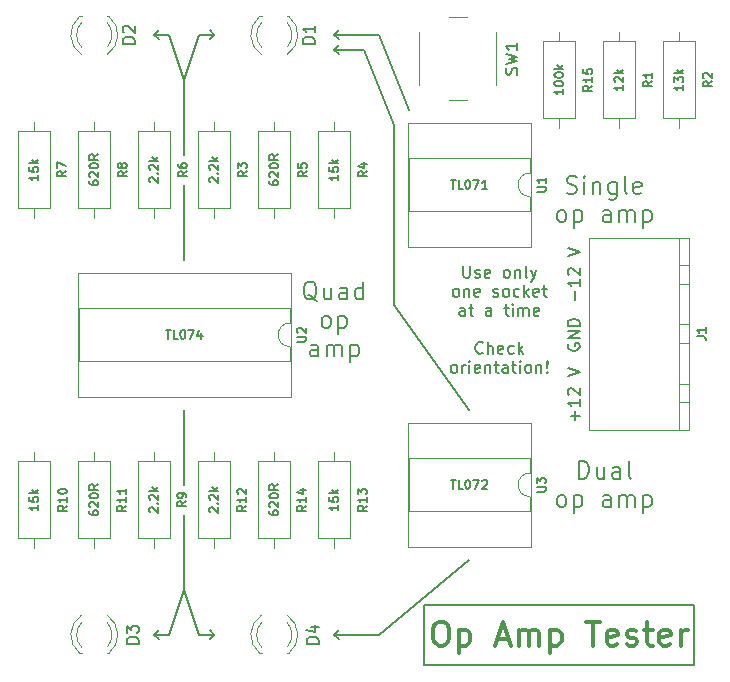
<source format=gto>
G04 #@! TF.GenerationSoftware,KiCad,Pcbnew,6.0.1-79c1e3a40b~116~ubuntu20.04.1*
G04 #@! TF.CreationDate,2022-01-30T08:46:23-05:00*
G04 #@! TF.ProjectId,opamptest,6f70616d-7074-4657-9374-2e6b69636164,rev?*
G04 #@! TF.SameCoordinates,Original*
G04 #@! TF.FileFunction,Legend,Top*
G04 #@! TF.FilePolarity,Positive*
%FSLAX46Y46*%
G04 Gerber Fmt 4.6, Leading zero omitted, Abs format (unit mm)*
G04 Created by KiCad (PCBNEW 6.0.1-79c1e3a40b~116~ubuntu20.04.1) date 2022-01-30 08:46:23*
%MOMM*%
%LPD*%
G01*
G04 APERTURE LIST*
%ADD10C,0.150000*%
%ADD11C,0.200000*%
%ADD12C,0.300000*%
%ADD13C,0.120000*%
G04 APERTURE END LIST*
D10*
X144780000Y-77470000D02*
X144780000Y-71120000D01*
X147320000Y-90170000D02*
X146939000Y-90551000D01*
X144780000Y-80010000D02*
X144780000Y-86360000D01*
X157480000Y-40640000D02*
X157861000Y-41021000D01*
X157480000Y-39370000D02*
X157861000Y-39751000D01*
X161290000Y-90170000D02*
X157480000Y-90170000D01*
X146050000Y-39370000D02*
X147320000Y-39370000D01*
X160020000Y-40640000D02*
X157480000Y-40640000D01*
X143510000Y-39370000D02*
X142240000Y-39370000D01*
X147320000Y-39370000D02*
X146939000Y-38989000D01*
X142240000Y-39370000D02*
X142621000Y-38989000D01*
X144780000Y-86360000D02*
X146050000Y-90170000D01*
X147320000Y-39370000D02*
X146939000Y-39751000D01*
X143510000Y-90170000D02*
X142240000Y-90170000D01*
X165100000Y-92710000D02*
X165100000Y-87630000D01*
X187960000Y-92710000D02*
X165100000Y-92710000D01*
X157480000Y-40640000D02*
X157861000Y-40259000D01*
X142240000Y-39370000D02*
X142621000Y-39751000D01*
X162560000Y-62230000D02*
X162560000Y-46990000D01*
X157480000Y-39370000D02*
X161290000Y-39370000D01*
X144780000Y-49530000D02*
X144780000Y-43180000D01*
X147320000Y-90170000D02*
X146939000Y-89789000D01*
X142240000Y-90170000D02*
X142621000Y-89789000D01*
X144780000Y-43180000D02*
X146050000Y-39370000D01*
X162560000Y-46990000D02*
X160020000Y-40640000D01*
X142240000Y-90170000D02*
X142621000Y-90551000D01*
X157480000Y-90170000D02*
X157861000Y-89789000D01*
X157480000Y-90170000D02*
X157861000Y-90551000D01*
X165100000Y-87630000D02*
X187960000Y-87630000D01*
X144780000Y-86360000D02*
X143510000Y-90170000D01*
X146050000Y-90170000D02*
X147320000Y-90170000D01*
X168910000Y-83820000D02*
X161290000Y-90170000D01*
X144780000Y-52070000D02*
X144780000Y-58420000D01*
X157480000Y-39370000D02*
X157861000Y-38989000D01*
X187960000Y-87630000D02*
X187960000Y-92710000D01*
X144780000Y-43180000D02*
X143510000Y-39370000D01*
X168910000Y-71120000D02*
X162560000Y-62230000D01*
X161290000Y-39370000D02*
X163830000Y-45720000D01*
X177300000Y-65531904D02*
X177252380Y-65627142D01*
X177252380Y-65770000D01*
X177300000Y-65912857D01*
X177395238Y-66008095D01*
X177490476Y-66055714D01*
X177680952Y-66103333D01*
X177823809Y-66103333D01*
X178014285Y-66055714D01*
X178109523Y-66008095D01*
X178204761Y-65912857D01*
X178252380Y-65770000D01*
X178252380Y-65674761D01*
X178204761Y-65531904D01*
X178157142Y-65484285D01*
X177823809Y-65484285D01*
X177823809Y-65674761D01*
X178252380Y-65055714D02*
X177252380Y-65055714D01*
X178252380Y-64484285D01*
X177252380Y-64484285D01*
X178252380Y-64008095D02*
X177252380Y-64008095D01*
X177252380Y-63770000D01*
X177300000Y-63627142D01*
X177395238Y-63531904D01*
X177490476Y-63484285D01*
X177680952Y-63436666D01*
X177823809Y-63436666D01*
X178014285Y-63484285D01*
X178109523Y-63531904D01*
X178204761Y-63627142D01*
X178252380Y-63770000D01*
X178252380Y-64008095D01*
D11*
X156015714Y-61906428D02*
X155872857Y-61835000D01*
X155730000Y-61692142D01*
X155515714Y-61477857D01*
X155372857Y-61406428D01*
X155230000Y-61406428D01*
X155301428Y-61763571D02*
X155158571Y-61692142D01*
X155015714Y-61549285D01*
X154944285Y-61263571D01*
X154944285Y-60763571D01*
X155015714Y-60477857D01*
X155158571Y-60335000D01*
X155301428Y-60263571D01*
X155587142Y-60263571D01*
X155730000Y-60335000D01*
X155872857Y-60477857D01*
X155944285Y-60763571D01*
X155944285Y-61263571D01*
X155872857Y-61549285D01*
X155730000Y-61692142D01*
X155587142Y-61763571D01*
X155301428Y-61763571D01*
X157230000Y-60763571D02*
X157230000Y-61763571D01*
X156587142Y-60763571D02*
X156587142Y-61549285D01*
X156658571Y-61692142D01*
X156801428Y-61763571D01*
X157015714Y-61763571D01*
X157158571Y-61692142D01*
X157230000Y-61620714D01*
X158587142Y-61763571D02*
X158587142Y-60977857D01*
X158515714Y-60835000D01*
X158372857Y-60763571D01*
X158087142Y-60763571D01*
X157944285Y-60835000D01*
X158587142Y-61692142D02*
X158444285Y-61763571D01*
X158087142Y-61763571D01*
X157944285Y-61692142D01*
X157872857Y-61549285D01*
X157872857Y-61406428D01*
X157944285Y-61263571D01*
X158087142Y-61192142D01*
X158444285Y-61192142D01*
X158587142Y-61120714D01*
X159944285Y-61763571D02*
X159944285Y-60263571D01*
X159944285Y-61692142D02*
X159801428Y-61763571D01*
X159515714Y-61763571D01*
X159372857Y-61692142D01*
X159301428Y-61620714D01*
X159230000Y-61477857D01*
X159230000Y-61049285D01*
X159301428Y-60906428D01*
X159372857Y-60835000D01*
X159515714Y-60763571D01*
X159801428Y-60763571D01*
X159944285Y-60835000D01*
X156694285Y-64178571D02*
X156551428Y-64107142D01*
X156480000Y-64035714D01*
X156408571Y-63892857D01*
X156408571Y-63464285D01*
X156480000Y-63321428D01*
X156551428Y-63250000D01*
X156694285Y-63178571D01*
X156908571Y-63178571D01*
X157051428Y-63250000D01*
X157122857Y-63321428D01*
X157194285Y-63464285D01*
X157194285Y-63892857D01*
X157122857Y-64035714D01*
X157051428Y-64107142D01*
X156908571Y-64178571D01*
X156694285Y-64178571D01*
X157837142Y-63178571D02*
X157837142Y-64678571D01*
X157837142Y-63250000D02*
X157980000Y-63178571D01*
X158265714Y-63178571D01*
X158408571Y-63250000D01*
X158480000Y-63321428D01*
X158551428Y-63464285D01*
X158551428Y-63892857D01*
X158480000Y-64035714D01*
X158408571Y-64107142D01*
X158265714Y-64178571D01*
X157980000Y-64178571D01*
X157837142Y-64107142D01*
X156122857Y-66593571D02*
X156122857Y-65807857D01*
X156051428Y-65665000D01*
X155908571Y-65593571D01*
X155622857Y-65593571D01*
X155480000Y-65665000D01*
X156122857Y-66522142D02*
X155980000Y-66593571D01*
X155622857Y-66593571D01*
X155480000Y-66522142D01*
X155408571Y-66379285D01*
X155408571Y-66236428D01*
X155480000Y-66093571D01*
X155622857Y-66022142D01*
X155980000Y-66022142D01*
X156122857Y-65950714D01*
X156837142Y-66593571D02*
X156837142Y-65593571D01*
X156837142Y-65736428D02*
X156908571Y-65665000D01*
X157051428Y-65593571D01*
X157265714Y-65593571D01*
X157408571Y-65665000D01*
X157480000Y-65807857D01*
X157480000Y-66593571D01*
X157480000Y-65807857D02*
X157551428Y-65665000D01*
X157694285Y-65593571D01*
X157908571Y-65593571D01*
X158051428Y-65665000D01*
X158122857Y-65807857D01*
X158122857Y-66593571D01*
X158837142Y-65593571D02*
X158837142Y-67093571D01*
X158837142Y-65665000D02*
X158980000Y-65593571D01*
X159265714Y-65593571D01*
X159408571Y-65665000D01*
X159480000Y-65736428D01*
X159551428Y-65879285D01*
X159551428Y-66307857D01*
X159480000Y-66450714D01*
X159408571Y-66522142D01*
X159265714Y-66593571D01*
X158980000Y-66593571D01*
X158837142Y-66522142D01*
D10*
X177871428Y-71992857D02*
X177871428Y-71230952D01*
X178252380Y-71611904D02*
X177490476Y-71611904D01*
X178252380Y-70230952D02*
X178252380Y-70802380D01*
X178252380Y-70516666D02*
X177252380Y-70516666D01*
X177395238Y-70611904D01*
X177490476Y-70707142D01*
X177538095Y-70802380D01*
X177347619Y-69850000D02*
X177300000Y-69802380D01*
X177252380Y-69707142D01*
X177252380Y-69469047D01*
X177300000Y-69373809D01*
X177347619Y-69326190D01*
X177442857Y-69278571D01*
X177538095Y-69278571D01*
X177680952Y-69326190D01*
X178252380Y-69897619D01*
X178252380Y-69278571D01*
X177252380Y-68230952D02*
X178252380Y-67897619D01*
X177252380Y-67564285D01*
X168402380Y-58927380D02*
X168402380Y-59736904D01*
X168450000Y-59832142D01*
X168497619Y-59879761D01*
X168592857Y-59927380D01*
X168783333Y-59927380D01*
X168878571Y-59879761D01*
X168926190Y-59832142D01*
X168973809Y-59736904D01*
X168973809Y-58927380D01*
X169402380Y-59879761D02*
X169497619Y-59927380D01*
X169688095Y-59927380D01*
X169783333Y-59879761D01*
X169830952Y-59784523D01*
X169830952Y-59736904D01*
X169783333Y-59641666D01*
X169688095Y-59594047D01*
X169545238Y-59594047D01*
X169450000Y-59546428D01*
X169402380Y-59451190D01*
X169402380Y-59403571D01*
X169450000Y-59308333D01*
X169545238Y-59260714D01*
X169688095Y-59260714D01*
X169783333Y-59308333D01*
X170640476Y-59879761D02*
X170545238Y-59927380D01*
X170354761Y-59927380D01*
X170259523Y-59879761D01*
X170211904Y-59784523D01*
X170211904Y-59403571D01*
X170259523Y-59308333D01*
X170354761Y-59260714D01*
X170545238Y-59260714D01*
X170640476Y-59308333D01*
X170688095Y-59403571D01*
X170688095Y-59498809D01*
X170211904Y-59594047D01*
X172021428Y-59927380D02*
X171926190Y-59879761D01*
X171878571Y-59832142D01*
X171830952Y-59736904D01*
X171830952Y-59451190D01*
X171878571Y-59355952D01*
X171926190Y-59308333D01*
X172021428Y-59260714D01*
X172164285Y-59260714D01*
X172259523Y-59308333D01*
X172307142Y-59355952D01*
X172354761Y-59451190D01*
X172354761Y-59736904D01*
X172307142Y-59832142D01*
X172259523Y-59879761D01*
X172164285Y-59927380D01*
X172021428Y-59927380D01*
X172783333Y-59260714D02*
X172783333Y-59927380D01*
X172783333Y-59355952D02*
X172830952Y-59308333D01*
X172926190Y-59260714D01*
X173069047Y-59260714D01*
X173164285Y-59308333D01*
X173211904Y-59403571D01*
X173211904Y-59927380D01*
X173830952Y-59927380D02*
X173735714Y-59879761D01*
X173688095Y-59784523D01*
X173688095Y-58927380D01*
X174116666Y-59260714D02*
X174354761Y-59927380D01*
X174592857Y-59260714D02*
X174354761Y-59927380D01*
X174259523Y-60165476D01*
X174211904Y-60213095D01*
X174116666Y-60260714D01*
X167711904Y-61537380D02*
X167616666Y-61489761D01*
X167569047Y-61442142D01*
X167521428Y-61346904D01*
X167521428Y-61061190D01*
X167569047Y-60965952D01*
X167616666Y-60918333D01*
X167711904Y-60870714D01*
X167854761Y-60870714D01*
X167950000Y-60918333D01*
X167997619Y-60965952D01*
X168045238Y-61061190D01*
X168045238Y-61346904D01*
X167997619Y-61442142D01*
X167950000Y-61489761D01*
X167854761Y-61537380D01*
X167711904Y-61537380D01*
X168473809Y-60870714D02*
X168473809Y-61537380D01*
X168473809Y-60965952D02*
X168521428Y-60918333D01*
X168616666Y-60870714D01*
X168759523Y-60870714D01*
X168854761Y-60918333D01*
X168902380Y-61013571D01*
X168902380Y-61537380D01*
X169759523Y-61489761D02*
X169664285Y-61537380D01*
X169473809Y-61537380D01*
X169378571Y-61489761D01*
X169330952Y-61394523D01*
X169330952Y-61013571D01*
X169378571Y-60918333D01*
X169473809Y-60870714D01*
X169664285Y-60870714D01*
X169759523Y-60918333D01*
X169807142Y-61013571D01*
X169807142Y-61108809D01*
X169330952Y-61204047D01*
X170950000Y-61489761D02*
X171045238Y-61537380D01*
X171235714Y-61537380D01*
X171330952Y-61489761D01*
X171378571Y-61394523D01*
X171378571Y-61346904D01*
X171330952Y-61251666D01*
X171235714Y-61204047D01*
X171092857Y-61204047D01*
X170997619Y-61156428D01*
X170950000Y-61061190D01*
X170950000Y-61013571D01*
X170997619Y-60918333D01*
X171092857Y-60870714D01*
X171235714Y-60870714D01*
X171330952Y-60918333D01*
X171950000Y-61537380D02*
X171854761Y-61489761D01*
X171807142Y-61442142D01*
X171759523Y-61346904D01*
X171759523Y-61061190D01*
X171807142Y-60965952D01*
X171854761Y-60918333D01*
X171950000Y-60870714D01*
X172092857Y-60870714D01*
X172188095Y-60918333D01*
X172235714Y-60965952D01*
X172283333Y-61061190D01*
X172283333Y-61346904D01*
X172235714Y-61442142D01*
X172188095Y-61489761D01*
X172092857Y-61537380D01*
X171950000Y-61537380D01*
X173140476Y-61489761D02*
X173045238Y-61537380D01*
X172854761Y-61537380D01*
X172759523Y-61489761D01*
X172711904Y-61442142D01*
X172664285Y-61346904D01*
X172664285Y-61061190D01*
X172711904Y-60965952D01*
X172759523Y-60918333D01*
X172854761Y-60870714D01*
X173045238Y-60870714D01*
X173140476Y-60918333D01*
X173569047Y-61537380D02*
X173569047Y-60537380D01*
X173664285Y-61156428D02*
X173950000Y-61537380D01*
X173950000Y-60870714D02*
X173569047Y-61251666D01*
X174759523Y-61489761D02*
X174664285Y-61537380D01*
X174473809Y-61537380D01*
X174378571Y-61489761D01*
X174330952Y-61394523D01*
X174330952Y-61013571D01*
X174378571Y-60918333D01*
X174473809Y-60870714D01*
X174664285Y-60870714D01*
X174759523Y-60918333D01*
X174807142Y-61013571D01*
X174807142Y-61108809D01*
X174330952Y-61204047D01*
X175092857Y-60870714D02*
X175473809Y-60870714D01*
X175235714Y-60537380D02*
X175235714Y-61394523D01*
X175283333Y-61489761D01*
X175378571Y-61537380D01*
X175473809Y-61537380D01*
X168545238Y-63147380D02*
X168545238Y-62623571D01*
X168497619Y-62528333D01*
X168402380Y-62480714D01*
X168211904Y-62480714D01*
X168116666Y-62528333D01*
X168545238Y-63099761D02*
X168450000Y-63147380D01*
X168211904Y-63147380D01*
X168116666Y-63099761D01*
X168069047Y-63004523D01*
X168069047Y-62909285D01*
X168116666Y-62814047D01*
X168211904Y-62766428D01*
X168450000Y-62766428D01*
X168545238Y-62718809D01*
X168878571Y-62480714D02*
X169259523Y-62480714D01*
X169021428Y-62147380D02*
X169021428Y-63004523D01*
X169069047Y-63099761D01*
X169164285Y-63147380D01*
X169259523Y-63147380D01*
X170783333Y-63147380D02*
X170783333Y-62623571D01*
X170735714Y-62528333D01*
X170640476Y-62480714D01*
X170450000Y-62480714D01*
X170354761Y-62528333D01*
X170783333Y-63099761D02*
X170688095Y-63147380D01*
X170450000Y-63147380D01*
X170354761Y-63099761D01*
X170307142Y-63004523D01*
X170307142Y-62909285D01*
X170354761Y-62814047D01*
X170450000Y-62766428D01*
X170688095Y-62766428D01*
X170783333Y-62718809D01*
X171878571Y-62480714D02*
X172259523Y-62480714D01*
X172021428Y-62147380D02*
X172021428Y-63004523D01*
X172069047Y-63099761D01*
X172164285Y-63147380D01*
X172259523Y-63147380D01*
X172592857Y-63147380D02*
X172592857Y-62480714D01*
X172592857Y-62147380D02*
X172545238Y-62195000D01*
X172592857Y-62242619D01*
X172640476Y-62195000D01*
X172592857Y-62147380D01*
X172592857Y-62242619D01*
X173069047Y-63147380D02*
X173069047Y-62480714D01*
X173069047Y-62575952D02*
X173116666Y-62528333D01*
X173211904Y-62480714D01*
X173354761Y-62480714D01*
X173450000Y-62528333D01*
X173497619Y-62623571D01*
X173497619Y-63147380D01*
X173497619Y-62623571D02*
X173545238Y-62528333D01*
X173640476Y-62480714D01*
X173783333Y-62480714D01*
X173878571Y-62528333D01*
X173926190Y-62623571D01*
X173926190Y-63147380D01*
X174783333Y-63099761D02*
X174688095Y-63147380D01*
X174497619Y-63147380D01*
X174402380Y-63099761D01*
X174354761Y-63004523D01*
X174354761Y-62623571D01*
X174402380Y-62528333D01*
X174497619Y-62480714D01*
X174688095Y-62480714D01*
X174783333Y-62528333D01*
X174830952Y-62623571D01*
X174830952Y-62718809D01*
X174354761Y-62814047D01*
X170045238Y-66272142D02*
X169997619Y-66319761D01*
X169854761Y-66367380D01*
X169759523Y-66367380D01*
X169616666Y-66319761D01*
X169521428Y-66224523D01*
X169473809Y-66129285D01*
X169426190Y-65938809D01*
X169426190Y-65795952D01*
X169473809Y-65605476D01*
X169521428Y-65510238D01*
X169616666Y-65415000D01*
X169759523Y-65367380D01*
X169854761Y-65367380D01*
X169997619Y-65415000D01*
X170045238Y-65462619D01*
X170473809Y-66367380D02*
X170473809Y-65367380D01*
X170902380Y-66367380D02*
X170902380Y-65843571D01*
X170854761Y-65748333D01*
X170759523Y-65700714D01*
X170616666Y-65700714D01*
X170521428Y-65748333D01*
X170473809Y-65795952D01*
X171759523Y-66319761D02*
X171664285Y-66367380D01*
X171473809Y-66367380D01*
X171378571Y-66319761D01*
X171330952Y-66224523D01*
X171330952Y-65843571D01*
X171378571Y-65748333D01*
X171473809Y-65700714D01*
X171664285Y-65700714D01*
X171759523Y-65748333D01*
X171807142Y-65843571D01*
X171807142Y-65938809D01*
X171330952Y-66034047D01*
X172664285Y-66319761D02*
X172569047Y-66367380D01*
X172378571Y-66367380D01*
X172283333Y-66319761D01*
X172235714Y-66272142D01*
X172188095Y-66176904D01*
X172188095Y-65891190D01*
X172235714Y-65795952D01*
X172283333Y-65748333D01*
X172378571Y-65700714D01*
X172569047Y-65700714D01*
X172664285Y-65748333D01*
X173092857Y-66367380D02*
X173092857Y-65367380D01*
X173188095Y-65986428D02*
X173473809Y-66367380D01*
X173473809Y-65700714D02*
X173092857Y-66081666D01*
X167545238Y-67977380D02*
X167450000Y-67929761D01*
X167402380Y-67882142D01*
X167354761Y-67786904D01*
X167354761Y-67501190D01*
X167402380Y-67405952D01*
X167450000Y-67358333D01*
X167545238Y-67310714D01*
X167688095Y-67310714D01*
X167783333Y-67358333D01*
X167830952Y-67405952D01*
X167878571Y-67501190D01*
X167878571Y-67786904D01*
X167830952Y-67882142D01*
X167783333Y-67929761D01*
X167688095Y-67977380D01*
X167545238Y-67977380D01*
X168307142Y-67977380D02*
X168307142Y-67310714D01*
X168307142Y-67501190D02*
X168354761Y-67405952D01*
X168402380Y-67358333D01*
X168497619Y-67310714D01*
X168592857Y-67310714D01*
X168926190Y-67977380D02*
X168926190Y-67310714D01*
X168926190Y-66977380D02*
X168878571Y-67025000D01*
X168926190Y-67072619D01*
X168973809Y-67025000D01*
X168926190Y-66977380D01*
X168926190Y-67072619D01*
X169783333Y-67929761D02*
X169688095Y-67977380D01*
X169497619Y-67977380D01*
X169402380Y-67929761D01*
X169354761Y-67834523D01*
X169354761Y-67453571D01*
X169402380Y-67358333D01*
X169497619Y-67310714D01*
X169688095Y-67310714D01*
X169783333Y-67358333D01*
X169830952Y-67453571D01*
X169830952Y-67548809D01*
X169354761Y-67644047D01*
X170259523Y-67310714D02*
X170259523Y-67977380D01*
X170259523Y-67405952D02*
X170307142Y-67358333D01*
X170402380Y-67310714D01*
X170545238Y-67310714D01*
X170640476Y-67358333D01*
X170688095Y-67453571D01*
X170688095Y-67977380D01*
X171021428Y-67310714D02*
X171402380Y-67310714D01*
X171164285Y-66977380D02*
X171164285Y-67834523D01*
X171211904Y-67929761D01*
X171307142Y-67977380D01*
X171402380Y-67977380D01*
X172164285Y-67977380D02*
X172164285Y-67453571D01*
X172116666Y-67358333D01*
X172021428Y-67310714D01*
X171830952Y-67310714D01*
X171735714Y-67358333D01*
X172164285Y-67929761D02*
X172069047Y-67977380D01*
X171830952Y-67977380D01*
X171735714Y-67929761D01*
X171688095Y-67834523D01*
X171688095Y-67739285D01*
X171735714Y-67644047D01*
X171830952Y-67596428D01*
X172069047Y-67596428D01*
X172164285Y-67548809D01*
X172497619Y-67310714D02*
X172878571Y-67310714D01*
X172640476Y-66977380D02*
X172640476Y-67834523D01*
X172688095Y-67929761D01*
X172783333Y-67977380D01*
X172878571Y-67977380D01*
X173211904Y-67977380D02*
X173211904Y-67310714D01*
X173211904Y-66977380D02*
X173164285Y-67025000D01*
X173211904Y-67072619D01*
X173259523Y-67025000D01*
X173211904Y-66977380D01*
X173211904Y-67072619D01*
X173830952Y-67977380D02*
X173735714Y-67929761D01*
X173688095Y-67882142D01*
X173640476Y-67786904D01*
X173640476Y-67501190D01*
X173688095Y-67405952D01*
X173735714Y-67358333D01*
X173830952Y-67310714D01*
X173973809Y-67310714D01*
X174069047Y-67358333D01*
X174116666Y-67405952D01*
X174164285Y-67501190D01*
X174164285Y-67786904D01*
X174116666Y-67882142D01*
X174069047Y-67929761D01*
X173973809Y-67977380D01*
X173830952Y-67977380D01*
X174592857Y-67310714D02*
X174592857Y-67977380D01*
X174592857Y-67405952D02*
X174640476Y-67358333D01*
X174735714Y-67310714D01*
X174878571Y-67310714D01*
X174973809Y-67358333D01*
X175021428Y-67453571D01*
X175021428Y-67977380D01*
X175497619Y-67882142D02*
X175545238Y-67929761D01*
X175497619Y-67977380D01*
X175450000Y-67929761D01*
X175497619Y-67882142D01*
X175497619Y-67977380D01*
X175497619Y-67596428D02*
X175450000Y-67025000D01*
X175497619Y-66977380D01*
X175545238Y-67025000D01*
X175497619Y-67596428D01*
X175497619Y-66977380D01*
D11*
X178197142Y-76941071D02*
X178197142Y-75441071D01*
X178554285Y-75441071D01*
X178768571Y-75512500D01*
X178911428Y-75655357D01*
X178982857Y-75798214D01*
X179054285Y-76083928D01*
X179054285Y-76298214D01*
X178982857Y-76583928D01*
X178911428Y-76726785D01*
X178768571Y-76869642D01*
X178554285Y-76941071D01*
X178197142Y-76941071D01*
X180340000Y-75941071D02*
X180340000Y-76941071D01*
X179697142Y-75941071D02*
X179697142Y-76726785D01*
X179768571Y-76869642D01*
X179911428Y-76941071D01*
X180125714Y-76941071D01*
X180268571Y-76869642D01*
X180340000Y-76798214D01*
X181697142Y-76941071D02*
X181697142Y-76155357D01*
X181625714Y-76012500D01*
X181482857Y-75941071D01*
X181197142Y-75941071D01*
X181054285Y-76012500D01*
X181697142Y-76869642D02*
X181554285Y-76941071D01*
X181197142Y-76941071D01*
X181054285Y-76869642D01*
X180982857Y-76726785D01*
X180982857Y-76583928D01*
X181054285Y-76441071D01*
X181197142Y-76369642D01*
X181554285Y-76369642D01*
X181697142Y-76298214D01*
X182625714Y-76941071D02*
X182482857Y-76869642D01*
X182411428Y-76726785D01*
X182411428Y-75441071D01*
X176625714Y-79356071D02*
X176482857Y-79284642D01*
X176411428Y-79213214D01*
X176340000Y-79070357D01*
X176340000Y-78641785D01*
X176411428Y-78498928D01*
X176482857Y-78427500D01*
X176625714Y-78356071D01*
X176840000Y-78356071D01*
X176982857Y-78427500D01*
X177054285Y-78498928D01*
X177125714Y-78641785D01*
X177125714Y-79070357D01*
X177054285Y-79213214D01*
X176982857Y-79284642D01*
X176840000Y-79356071D01*
X176625714Y-79356071D01*
X177768571Y-78356071D02*
X177768571Y-79856071D01*
X177768571Y-78427500D02*
X177911428Y-78356071D01*
X178197142Y-78356071D01*
X178340000Y-78427500D01*
X178411428Y-78498928D01*
X178482857Y-78641785D01*
X178482857Y-79070357D01*
X178411428Y-79213214D01*
X178340000Y-79284642D01*
X178197142Y-79356071D01*
X177911428Y-79356071D01*
X177768571Y-79284642D01*
X180911428Y-79356071D02*
X180911428Y-78570357D01*
X180840000Y-78427500D01*
X180697142Y-78356071D01*
X180411428Y-78356071D01*
X180268571Y-78427500D01*
X180911428Y-79284642D02*
X180768571Y-79356071D01*
X180411428Y-79356071D01*
X180268571Y-79284642D01*
X180197142Y-79141785D01*
X180197142Y-78998928D01*
X180268571Y-78856071D01*
X180411428Y-78784642D01*
X180768571Y-78784642D01*
X180911428Y-78713214D01*
X181625714Y-79356071D02*
X181625714Y-78356071D01*
X181625714Y-78498928D02*
X181697142Y-78427500D01*
X181840000Y-78356071D01*
X182054285Y-78356071D01*
X182197142Y-78427500D01*
X182268571Y-78570357D01*
X182268571Y-79356071D01*
X182268571Y-78570357D02*
X182340000Y-78427500D01*
X182482857Y-78356071D01*
X182697142Y-78356071D01*
X182840000Y-78427500D01*
X182911428Y-78570357D01*
X182911428Y-79356071D01*
X183625714Y-78356071D02*
X183625714Y-79856071D01*
X183625714Y-78427500D02*
X183768571Y-78356071D01*
X184054285Y-78356071D01*
X184197142Y-78427500D01*
X184268571Y-78498928D01*
X184340000Y-78641785D01*
X184340000Y-79070357D01*
X184268571Y-79213214D01*
X184197142Y-79284642D01*
X184054285Y-79356071D01*
X183768571Y-79356071D01*
X183625714Y-79284642D01*
D12*
X166339523Y-89074761D02*
X166720476Y-89074761D01*
X166910952Y-89170000D01*
X167101428Y-89360476D01*
X167196666Y-89741428D01*
X167196666Y-90408095D01*
X167101428Y-90789047D01*
X166910952Y-90979523D01*
X166720476Y-91074761D01*
X166339523Y-91074761D01*
X166149047Y-90979523D01*
X165958571Y-90789047D01*
X165863333Y-90408095D01*
X165863333Y-89741428D01*
X165958571Y-89360476D01*
X166149047Y-89170000D01*
X166339523Y-89074761D01*
X168053809Y-89741428D02*
X168053809Y-91741428D01*
X168053809Y-89836666D02*
X168244285Y-89741428D01*
X168625238Y-89741428D01*
X168815714Y-89836666D01*
X168910952Y-89931904D01*
X169006190Y-90122380D01*
X169006190Y-90693809D01*
X168910952Y-90884285D01*
X168815714Y-90979523D01*
X168625238Y-91074761D01*
X168244285Y-91074761D01*
X168053809Y-90979523D01*
X171291904Y-90503333D02*
X172244285Y-90503333D01*
X171101428Y-91074761D02*
X171768095Y-89074761D01*
X172434761Y-91074761D01*
X173101428Y-91074761D02*
X173101428Y-89741428D01*
X173101428Y-89931904D02*
X173196666Y-89836666D01*
X173387142Y-89741428D01*
X173672857Y-89741428D01*
X173863333Y-89836666D01*
X173958571Y-90027142D01*
X173958571Y-91074761D01*
X173958571Y-90027142D02*
X174053809Y-89836666D01*
X174244285Y-89741428D01*
X174530000Y-89741428D01*
X174720476Y-89836666D01*
X174815714Y-90027142D01*
X174815714Y-91074761D01*
X175768095Y-89741428D02*
X175768095Y-91741428D01*
X175768095Y-89836666D02*
X175958571Y-89741428D01*
X176339523Y-89741428D01*
X176530000Y-89836666D01*
X176625238Y-89931904D01*
X176720476Y-90122380D01*
X176720476Y-90693809D01*
X176625238Y-90884285D01*
X176530000Y-90979523D01*
X176339523Y-91074761D01*
X175958571Y-91074761D01*
X175768095Y-90979523D01*
X178815714Y-89074761D02*
X179958571Y-89074761D01*
X179387142Y-91074761D02*
X179387142Y-89074761D01*
X181387142Y-90979523D02*
X181196666Y-91074761D01*
X180815714Y-91074761D01*
X180625238Y-90979523D01*
X180530000Y-90789047D01*
X180530000Y-90027142D01*
X180625238Y-89836666D01*
X180815714Y-89741428D01*
X181196666Y-89741428D01*
X181387142Y-89836666D01*
X181482380Y-90027142D01*
X181482380Y-90217619D01*
X180530000Y-90408095D01*
X182244285Y-90979523D02*
X182434761Y-91074761D01*
X182815714Y-91074761D01*
X183006190Y-90979523D01*
X183101428Y-90789047D01*
X183101428Y-90693809D01*
X183006190Y-90503333D01*
X182815714Y-90408095D01*
X182530000Y-90408095D01*
X182339523Y-90312857D01*
X182244285Y-90122380D01*
X182244285Y-90027142D01*
X182339523Y-89836666D01*
X182530000Y-89741428D01*
X182815714Y-89741428D01*
X183006190Y-89836666D01*
X183672857Y-89741428D02*
X184434761Y-89741428D01*
X183958571Y-89074761D02*
X183958571Y-90789047D01*
X184053809Y-90979523D01*
X184244285Y-91074761D01*
X184434761Y-91074761D01*
X185863333Y-90979523D02*
X185672857Y-91074761D01*
X185291904Y-91074761D01*
X185101428Y-90979523D01*
X185006190Y-90789047D01*
X185006190Y-90027142D01*
X185101428Y-89836666D01*
X185291904Y-89741428D01*
X185672857Y-89741428D01*
X185863333Y-89836666D01*
X185958571Y-90027142D01*
X185958571Y-90217619D01*
X185006190Y-90408095D01*
X186815714Y-91074761D02*
X186815714Y-89741428D01*
X186815714Y-90122380D02*
X186910952Y-89931904D01*
X187006190Y-89836666D01*
X187196666Y-89741428D01*
X187387142Y-89741428D01*
D11*
X177161428Y-52739642D02*
X177375714Y-52811071D01*
X177732857Y-52811071D01*
X177875714Y-52739642D01*
X177947142Y-52668214D01*
X178018571Y-52525357D01*
X178018571Y-52382500D01*
X177947142Y-52239642D01*
X177875714Y-52168214D01*
X177732857Y-52096785D01*
X177447142Y-52025357D01*
X177304285Y-51953928D01*
X177232857Y-51882500D01*
X177161428Y-51739642D01*
X177161428Y-51596785D01*
X177232857Y-51453928D01*
X177304285Y-51382500D01*
X177447142Y-51311071D01*
X177804285Y-51311071D01*
X178018571Y-51382500D01*
X178661428Y-52811071D02*
X178661428Y-51811071D01*
X178661428Y-51311071D02*
X178590000Y-51382500D01*
X178661428Y-51453928D01*
X178732857Y-51382500D01*
X178661428Y-51311071D01*
X178661428Y-51453928D01*
X179375714Y-51811071D02*
X179375714Y-52811071D01*
X179375714Y-51953928D02*
X179447142Y-51882500D01*
X179590000Y-51811071D01*
X179804285Y-51811071D01*
X179947142Y-51882500D01*
X180018571Y-52025357D01*
X180018571Y-52811071D01*
X181375714Y-51811071D02*
X181375714Y-53025357D01*
X181304285Y-53168214D01*
X181232857Y-53239642D01*
X181090000Y-53311071D01*
X180875714Y-53311071D01*
X180732857Y-53239642D01*
X181375714Y-52739642D02*
X181232857Y-52811071D01*
X180947142Y-52811071D01*
X180804285Y-52739642D01*
X180732857Y-52668214D01*
X180661428Y-52525357D01*
X180661428Y-52096785D01*
X180732857Y-51953928D01*
X180804285Y-51882500D01*
X180947142Y-51811071D01*
X181232857Y-51811071D01*
X181375714Y-51882500D01*
X182304285Y-52811071D02*
X182161428Y-52739642D01*
X182090000Y-52596785D01*
X182090000Y-51311071D01*
X183447142Y-52739642D02*
X183304285Y-52811071D01*
X183018571Y-52811071D01*
X182875714Y-52739642D01*
X182804285Y-52596785D01*
X182804285Y-52025357D01*
X182875714Y-51882500D01*
X183018571Y-51811071D01*
X183304285Y-51811071D01*
X183447142Y-51882500D01*
X183518571Y-52025357D01*
X183518571Y-52168214D01*
X182804285Y-52311071D01*
X176625714Y-55226071D02*
X176482857Y-55154642D01*
X176411428Y-55083214D01*
X176340000Y-54940357D01*
X176340000Y-54511785D01*
X176411428Y-54368928D01*
X176482857Y-54297500D01*
X176625714Y-54226071D01*
X176840000Y-54226071D01*
X176982857Y-54297500D01*
X177054285Y-54368928D01*
X177125714Y-54511785D01*
X177125714Y-54940357D01*
X177054285Y-55083214D01*
X176982857Y-55154642D01*
X176840000Y-55226071D01*
X176625714Y-55226071D01*
X177768571Y-54226071D02*
X177768571Y-55726071D01*
X177768571Y-54297500D02*
X177911428Y-54226071D01*
X178197142Y-54226071D01*
X178340000Y-54297500D01*
X178411428Y-54368928D01*
X178482857Y-54511785D01*
X178482857Y-54940357D01*
X178411428Y-55083214D01*
X178340000Y-55154642D01*
X178197142Y-55226071D01*
X177911428Y-55226071D01*
X177768571Y-55154642D01*
X180911428Y-55226071D02*
X180911428Y-54440357D01*
X180840000Y-54297500D01*
X180697142Y-54226071D01*
X180411428Y-54226071D01*
X180268571Y-54297500D01*
X180911428Y-55154642D02*
X180768571Y-55226071D01*
X180411428Y-55226071D01*
X180268571Y-55154642D01*
X180197142Y-55011785D01*
X180197142Y-54868928D01*
X180268571Y-54726071D01*
X180411428Y-54654642D01*
X180768571Y-54654642D01*
X180911428Y-54583214D01*
X181625714Y-55226071D02*
X181625714Y-54226071D01*
X181625714Y-54368928D02*
X181697142Y-54297500D01*
X181840000Y-54226071D01*
X182054285Y-54226071D01*
X182197142Y-54297500D01*
X182268571Y-54440357D01*
X182268571Y-55226071D01*
X182268571Y-54440357D02*
X182340000Y-54297500D01*
X182482857Y-54226071D01*
X182697142Y-54226071D01*
X182840000Y-54297500D01*
X182911428Y-54440357D01*
X182911428Y-55226071D01*
X183625714Y-54226071D02*
X183625714Y-55726071D01*
X183625714Y-54297500D02*
X183768571Y-54226071D01*
X184054285Y-54226071D01*
X184197142Y-54297500D01*
X184268571Y-54368928D01*
X184340000Y-54511785D01*
X184340000Y-54940357D01*
X184268571Y-55083214D01*
X184197142Y-55154642D01*
X184054285Y-55226071D01*
X183768571Y-55226071D01*
X183625714Y-55154642D01*
D10*
X177871428Y-61832857D02*
X177871428Y-61070952D01*
X178252380Y-60070952D02*
X178252380Y-60642380D01*
X178252380Y-60356666D02*
X177252380Y-60356666D01*
X177395238Y-60451904D01*
X177490476Y-60547142D01*
X177538095Y-60642380D01*
X177347619Y-59690000D02*
X177300000Y-59642380D01*
X177252380Y-59547142D01*
X177252380Y-59309047D01*
X177300000Y-59213809D01*
X177347619Y-59166190D01*
X177442857Y-59118571D01*
X177538095Y-59118571D01*
X177680952Y-59166190D01*
X178252380Y-59737619D01*
X178252380Y-59118571D01*
X177252380Y-58070952D02*
X178252380Y-57737619D01*
X177252380Y-57404285D01*
G04 #@! TO.C,R8*
X139912285Y-50925000D02*
X139555142Y-51175000D01*
X139912285Y-51353571D02*
X139162285Y-51353571D01*
X139162285Y-51067857D01*
X139198000Y-50996428D01*
X139233714Y-50960714D01*
X139305142Y-50925000D01*
X139412285Y-50925000D01*
X139483714Y-50960714D01*
X139519428Y-50996428D01*
X139555142Y-51067857D01*
X139555142Y-51353571D01*
X139483714Y-50496428D02*
X139448000Y-50567857D01*
X139412285Y-50603571D01*
X139340857Y-50639285D01*
X139305142Y-50639285D01*
X139233714Y-50603571D01*
X139198000Y-50567857D01*
X139162285Y-50496428D01*
X139162285Y-50353571D01*
X139198000Y-50282142D01*
X139233714Y-50246428D01*
X139305142Y-50210714D01*
X139340857Y-50210714D01*
X139412285Y-50246428D01*
X139448000Y-50282142D01*
X139483714Y-50353571D01*
X139483714Y-50496428D01*
X139519428Y-50567857D01*
X139555142Y-50603571D01*
X139626571Y-50639285D01*
X139769428Y-50639285D01*
X139840857Y-50603571D01*
X139876571Y-50567857D01*
X139912285Y-50496428D01*
X139912285Y-50353571D01*
X139876571Y-50282142D01*
X139840857Y-50246428D01*
X139769428Y-50210714D01*
X139626571Y-50210714D01*
X139555142Y-50246428D01*
X139519428Y-50282142D01*
X139483714Y-50353571D01*
X136749285Y-51746428D02*
X136749285Y-51889285D01*
X136785000Y-51960714D01*
X136820714Y-51996428D01*
X136927857Y-52067857D01*
X137070714Y-52103571D01*
X137356428Y-52103571D01*
X137427857Y-52067857D01*
X137463571Y-52032142D01*
X137499285Y-51960714D01*
X137499285Y-51817857D01*
X137463571Y-51746428D01*
X137427857Y-51710714D01*
X137356428Y-51675000D01*
X137177857Y-51675000D01*
X137106428Y-51710714D01*
X137070714Y-51746428D01*
X137035000Y-51817857D01*
X137035000Y-51960714D01*
X137070714Y-52032142D01*
X137106428Y-52067857D01*
X137177857Y-52103571D01*
X136820714Y-51389285D02*
X136785000Y-51353571D01*
X136749285Y-51282142D01*
X136749285Y-51103571D01*
X136785000Y-51032142D01*
X136820714Y-50996428D01*
X136892142Y-50960714D01*
X136963571Y-50960714D01*
X137070714Y-50996428D01*
X137499285Y-51425000D01*
X137499285Y-50960714D01*
X136749285Y-50496428D02*
X136749285Y-50425000D01*
X136785000Y-50353571D01*
X136820714Y-50317857D01*
X136892142Y-50282142D01*
X137035000Y-50246428D01*
X137213571Y-50246428D01*
X137356428Y-50282142D01*
X137427857Y-50317857D01*
X137463571Y-50353571D01*
X137499285Y-50425000D01*
X137499285Y-50496428D01*
X137463571Y-50567857D01*
X137427857Y-50603571D01*
X137356428Y-50639285D01*
X137213571Y-50675000D01*
X137035000Y-50675000D01*
X136892142Y-50639285D01*
X136820714Y-50603571D01*
X136785000Y-50567857D01*
X136749285Y-50496428D01*
X137499285Y-49496428D02*
X137142142Y-49746428D01*
X137499285Y-49925000D02*
X136749285Y-49925000D01*
X136749285Y-49639285D01*
X136785000Y-49567857D01*
X136820714Y-49532142D01*
X136892142Y-49496428D01*
X136999285Y-49496428D01*
X137070714Y-49532142D01*
X137106428Y-49567857D01*
X137142142Y-49639285D01*
X137142142Y-49925000D01*
G04 #@! TO.C,R5*
X155152285Y-50925000D02*
X154795142Y-51175000D01*
X155152285Y-51353571D02*
X154402285Y-51353571D01*
X154402285Y-51067857D01*
X154438000Y-50996428D01*
X154473714Y-50960714D01*
X154545142Y-50925000D01*
X154652285Y-50925000D01*
X154723714Y-50960714D01*
X154759428Y-50996428D01*
X154795142Y-51067857D01*
X154795142Y-51353571D01*
X154402285Y-50246428D02*
X154402285Y-50603571D01*
X154759428Y-50639285D01*
X154723714Y-50603571D01*
X154688000Y-50532142D01*
X154688000Y-50353571D01*
X154723714Y-50282142D01*
X154759428Y-50246428D01*
X154830857Y-50210714D01*
X155009428Y-50210714D01*
X155080857Y-50246428D01*
X155116571Y-50282142D01*
X155152285Y-50353571D01*
X155152285Y-50532142D01*
X155116571Y-50603571D01*
X155080857Y-50639285D01*
X151989285Y-51746428D02*
X151989285Y-51889285D01*
X152025000Y-51960714D01*
X152060714Y-51996428D01*
X152167857Y-52067857D01*
X152310714Y-52103571D01*
X152596428Y-52103571D01*
X152667857Y-52067857D01*
X152703571Y-52032142D01*
X152739285Y-51960714D01*
X152739285Y-51817857D01*
X152703571Y-51746428D01*
X152667857Y-51710714D01*
X152596428Y-51675000D01*
X152417857Y-51675000D01*
X152346428Y-51710714D01*
X152310714Y-51746428D01*
X152275000Y-51817857D01*
X152275000Y-51960714D01*
X152310714Y-52032142D01*
X152346428Y-52067857D01*
X152417857Y-52103571D01*
X152060714Y-51389285D02*
X152025000Y-51353571D01*
X151989285Y-51282142D01*
X151989285Y-51103571D01*
X152025000Y-51032142D01*
X152060714Y-50996428D01*
X152132142Y-50960714D01*
X152203571Y-50960714D01*
X152310714Y-50996428D01*
X152739285Y-51425000D01*
X152739285Y-50960714D01*
X151989285Y-50496428D02*
X151989285Y-50425000D01*
X152025000Y-50353571D01*
X152060714Y-50317857D01*
X152132142Y-50282142D01*
X152275000Y-50246428D01*
X152453571Y-50246428D01*
X152596428Y-50282142D01*
X152667857Y-50317857D01*
X152703571Y-50353571D01*
X152739285Y-50425000D01*
X152739285Y-50496428D01*
X152703571Y-50567857D01*
X152667857Y-50603571D01*
X152596428Y-50639285D01*
X152453571Y-50675000D01*
X152275000Y-50675000D01*
X152132142Y-50639285D01*
X152060714Y-50603571D01*
X152025000Y-50567857D01*
X151989285Y-50496428D01*
X152739285Y-49496428D02*
X152382142Y-49746428D01*
X152739285Y-49925000D02*
X151989285Y-49925000D01*
X151989285Y-49639285D01*
X152025000Y-49567857D01*
X152060714Y-49532142D01*
X152132142Y-49496428D01*
X152239285Y-49496428D01*
X152310714Y-49532142D01*
X152346428Y-49567857D01*
X152382142Y-49639285D01*
X152382142Y-49925000D01*
G04 #@! TO.C,U2*
X154324285Y-65341428D02*
X154931428Y-65341428D01*
X155002857Y-65305714D01*
X155038571Y-65270000D01*
X155074285Y-65198571D01*
X155074285Y-65055714D01*
X155038571Y-64984285D01*
X155002857Y-64948571D01*
X154931428Y-64912857D01*
X154324285Y-64912857D01*
X154395714Y-64591428D02*
X154360000Y-64555714D01*
X154324285Y-64484285D01*
X154324285Y-64305714D01*
X154360000Y-64234285D01*
X154395714Y-64198571D01*
X154467142Y-64162857D01*
X154538571Y-64162857D01*
X154645714Y-64198571D01*
X155074285Y-64627142D01*
X155074285Y-64162857D01*
X143195714Y-64359285D02*
X143624285Y-64359285D01*
X143410000Y-65109285D02*
X143410000Y-64359285D01*
X144231428Y-65109285D02*
X143874285Y-65109285D01*
X143874285Y-64359285D01*
X144624285Y-64359285D02*
X144695714Y-64359285D01*
X144767142Y-64395000D01*
X144802857Y-64430714D01*
X144838571Y-64502142D01*
X144874285Y-64645000D01*
X144874285Y-64823571D01*
X144838571Y-64966428D01*
X144802857Y-65037857D01*
X144767142Y-65073571D01*
X144695714Y-65109285D01*
X144624285Y-65109285D01*
X144552857Y-65073571D01*
X144517142Y-65037857D01*
X144481428Y-64966428D01*
X144445714Y-64823571D01*
X144445714Y-64645000D01*
X144481428Y-64502142D01*
X144517142Y-64430714D01*
X144552857Y-64395000D01*
X144624285Y-64359285D01*
X145124285Y-64359285D02*
X145624285Y-64359285D01*
X145302857Y-65109285D01*
X146231428Y-64609285D02*
X146231428Y-65109285D01*
X146052857Y-64323571D02*
X145874285Y-64859285D01*
X146338571Y-64859285D01*
G04 #@! TO.C,R10*
X134832285Y-79222142D02*
X134475142Y-79472142D01*
X134832285Y-79650714D02*
X134082285Y-79650714D01*
X134082285Y-79365000D01*
X134118000Y-79293571D01*
X134153714Y-79257857D01*
X134225142Y-79222142D01*
X134332285Y-79222142D01*
X134403714Y-79257857D01*
X134439428Y-79293571D01*
X134475142Y-79365000D01*
X134475142Y-79650714D01*
X134832285Y-78507857D02*
X134832285Y-78936428D01*
X134832285Y-78722142D02*
X134082285Y-78722142D01*
X134189428Y-78793571D01*
X134260857Y-78865000D01*
X134296571Y-78936428D01*
X134082285Y-78043571D02*
X134082285Y-77972142D01*
X134118000Y-77900714D01*
X134153714Y-77865000D01*
X134225142Y-77829285D01*
X134368000Y-77793571D01*
X134546571Y-77793571D01*
X134689428Y-77829285D01*
X134760857Y-77865000D01*
X134796571Y-77900714D01*
X134832285Y-77972142D01*
X134832285Y-78043571D01*
X134796571Y-78115000D01*
X134760857Y-78150714D01*
X134689428Y-78186428D01*
X134546571Y-78222142D01*
X134368000Y-78222142D01*
X134225142Y-78186428D01*
X134153714Y-78150714D01*
X134118000Y-78115000D01*
X134082285Y-78043571D01*
X132419285Y-79186428D02*
X132419285Y-79615000D01*
X132419285Y-79400714D02*
X131669285Y-79400714D01*
X131776428Y-79472142D01*
X131847857Y-79543571D01*
X131883571Y-79615000D01*
X131669285Y-78507857D02*
X131669285Y-78865000D01*
X132026428Y-78900714D01*
X131990714Y-78865000D01*
X131955000Y-78793571D01*
X131955000Y-78615000D01*
X131990714Y-78543571D01*
X132026428Y-78507857D01*
X132097857Y-78472142D01*
X132276428Y-78472142D01*
X132347857Y-78507857D01*
X132383571Y-78543571D01*
X132419285Y-78615000D01*
X132419285Y-78793571D01*
X132383571Y-78865000D01*
X132347857Y-78900714D01*
X132419285Y-78150714D02*
X131669285Y-78150714D01*
X132133571Y-78079285D02*
X132419285Y-77865000D01*
X131919285Y-77865000D02*
X132205000Y-78150714D01*
G04 #@! TO.C,R12*
X150029285Y-79222142D02*
X149672142Y-79472142D01*
X150029285Y-79650714D02*
X149279285Y-79650714D01*
X149279285Y-79365000D01*
X149315000Y-79293571D01*
X149350714Y-79257857D01*
X149422142Y-79222142D01*
X149529285Y-79222142D01*
X149600714Y-79257857D01*
X149636428Y-79293571D01*
X149672142Y-79365000D01*
X149672142Y-79650714D01*
X150029285Y-78507857D02*
X150029285Y-78936428D01*
X150029285Y-78722142D02*
X149279285Y-78722142D01*
X149386428Y-78793571D01*
X149457857Y-78865000D01*
X149493571Y-78936428D01*
X149350714Y-78222142D02*
X149315000Y-78186428D01*
X149279285Y-78115000D01*
X149279285Y-77936428D01*
X149315000Y-77865000D01*
X149350714Y-77829285D01*
X149422142Y-77793571D01*
X149493571Y-77793571D01*
X149600714Y-77829285D01*
X150029285Y-78257857D01*
X150029285Y-77793571D01*
X146980714Y-79793571D02*
X146945000Y-79757857D01*
X146909285Y-79686428D01*
X146909285Y-79507857D01*
X146945000Y-79436428D01*
X146980714Y-79400714D01*
X147052142Y-79365000D01*
X147123571Y-79365000D01*
X147230714Y-79400714D01*
X147659285Y-79829285D01*
X147659285Y-79365000D01*
X147587857Y-79043571D02*
X147623571Y-79007857D01*
X147659285Y-79043571D01*
X147623571Y-79079285D01*
X147587857Y-79043571D01*
X147659285Y-79043571D01*
X146980714Y-78722142D02*
X146945000Y-78686428D01*
X146909285Y-78615000D01*
X146909285Y-78436428D01*
X146945000Y-78365000D01*
X146980714Y-78329285D01*
X147052142Y-78293571D01*
X147123571Y-78293571D01*
X147230714Y-78329285D01*
X147659285Y-78757857D01*
X147659285Y-78293571D01*
X147659285Y-77972142D02*
X146909285Y-77972142D01*
X147373571Y-77900714D02*
X147659285Y-77686428D01*
X147159285Y-77686428D02*
X147445000Y-77972142D01*
G04 #@! TO.C,U1*
X174639285Y-52641428D02*
X175246428Y-52641428D01*
X175317857Y-52605714D01*
X175353571Y-52570000D01*
X175389285Y-52498571D01*
X175389285Y-52355714D01*
X175353571Y-52284285D01*
X175317857Y-52248571D01*
X175246428Y-52212857D01*
X174639285Y-52212857D01*
X175389285Y-51462857D02*
X175389285Y-51891428D01*
X175389285Y-51677142D02*
X174639285Y-51677142D01*
X174746428Y-51748571D01*
X174817857Y-51820000D01*
X174853571Y-51891428D01*
X167320714Y-51659285D02*
X167749285Y-51659285D01*
X167535000Y-52409285D02*
X167535000Y-51659285D01*
X168356428Y-52409285D02*
X167999285Y-52409285D01*
X167999285Y-51659285D01*
X168749285Y-51659285D02*
X168820714Y-51659285D01*
X168892142Y-51695000D01*
X168927857Y-51730714D01*
X168963571Y-51802142D01*
X168999285Y-51945000D01*
X168999285Y-52123571D01*
X168963571Y-52266428D01*
X168927857Y-52337857D01*
X168892142Y-52373571D01*
X168820714Y-52409285D01*
X168749285Y-52409285D01*
X168677857Y-52373571D01*
X168642142Y-52337857D01*
X168606428Y-52266428D01*
X168570714Y-52123571D01*
X168570714Y-51945000D01*
X168606428Y-51802142D01*
X168642142Y-51730714D01*
X168677857Y-51695000D01*
X168749285Y-51659285D01*
X169249285Y-51659285D02*
X169749285Y-51659285D01*
X169427857Y-52409285D01*
X170427857Y-52409285D02*
X169999285Y-52409285D01*
X170213571Y-52409285D02*
X170213571Y-51659285D01*
X170142142Y-51766428D01*
X170070714Y-51837857D01*
X169999285Y-51873571D01*
G04 #@! TO.C,R2*
X189442285Y-43305000D02*
X189085142Y-43555000D01*
X189442285Y-43733571D02*
X188692285Y-43733571D01*
X188692285Y-43447857D01*
X188728000Y-43376428D01*
X188763714Y-43340714D01*
X188835142Y-43305000D01*
X188942285Y-43305000D01*
X189013714Y-43340714D01*
X189049428Y-43376428D01*
X189085142Y-43447857D01*
X189085142Y-43733571D01*
X188763714Y-43019285D02*
X188728000Y-42983571D01*
X188692285Y-42912142D01*
X188692285Y-42733571D01*
X188728000Y-42662142D01*
X188763714Y-42626428D01*
X188835142Y-42590714D01*
X188906571Y-42590714D01*
X189013714Y-42626428D01*
X189442285Y-43055000D01*
X189442285Y-42590714D01*
X187029285Y-43626428D02*
X187029285Y-44055000D01*
X187029285Y-43840714D02*
X186279285Y-43840714D01*
X186386428Y-43912142D01*
X186457857Y-43983571D01*
X186493571Y-44055000D01*
X186279285Y-43376428D02*
X186279285Y-42912142D01*
X186565000Y-43162142D01*
X186565000Y-43055000D01*
X186600714Y-42983571D01*
X186636428Y-42947857D01*
X186707857Y-42912142D01*
X186886428Y-42912142D01*
X186957857Y-42947857D01*
X186993571Y-42983571D01*
X187029285Y-43055000D01*
X187029285Y-43269285D01*
X186993571Y-43340714D01*
X186957857Y-43376428D01*
X187029285Y-42590714D02*
X186279285Y-42590714D01*
X186743571Y-42519285D02*
X187029285Y-42305000D01*
X186529285Y-42305000D02*
X186815000Y-42590714D01*
G04 #@! TO.C,R13*
X160232285Y-79222142D02*
X159875142Y-79472142D01*
X160232285Y-79650714D02*
X159482285Y-79650714D01*
X159482285Y-79365000D01*
X159518000Y-79293571D01*
X159553714Y-79257857D01*
X159625142Y-79222142D01*
X159732285Y-79222142D01*
X159803714Y-79257857D01*
X159839428Y-79293571D01*
X159875142Y-79365000D01*
X159875142Y-79650714D01*
X160232285Y-78507857D02*
X160232285Y-78936428D01*
X160232285Y-78722142D02*
X159482285Y-78722142D01*
X159589428Y-78793571D01*
X159660857Y-78865000D01*
X159696571Y-78936428D01*
X159482285Y-78257857D02*
X159482285Y-77793571D01*
X159768000Y-78043571D01*
X159768000Y-77936428D01*
X159803714Y-77865000D01*
X159839428Y-77829285D01*
X159910857Y-77793571D01*
X160089428Y-77793571D01*
X160160857Y-77829285D01*
X160196571Y-77865000D01*
X160232285Y-77936428D01*
X160232285Y-78150714D01*
X160196571Y-78222142D01*
X160160857Y-78257857D01*
X157819285Y-79186428D02*
X157819285Y-79615000D01*
X157819285Y-79400714D02*
X157069285Y-79400714D01*
X157176428Y-79472142D01*
X157247857Y-79543571D01*
X157283571Y-79615000D01*
X157069285Y-78507857D02*
X157069285Y-78865000D01*
X157426428Y-78900714D01*
X157390714Y-78865000D01*
X157355000Y-78793571D01*
X157355000Y-78615000D01*
X157390714Y-78543571D01*
X157426428Y-78507857D01*
X157497857Y-78472142D01*
X157676428Y-78472142D01*
X157747857Y-78507857D01*
X157783571Y-78543571D01*
X157819285Y-78615000D01*
X157819285Y-78793571D01*
X157783571Y-78865000D01*
X157747857Y-78900714D01*
X157819285Y-78150714D02*
X157069285Y-78150714D01*
X157533571Y-78079285D02*
X157819285Y-77865000D01*
X157319285Y-77865000D02*
X157605000Y-78150714D01*
G04 #@! TO.C,R11*
X139869285Y-79222142D02*
X139512142Y-79472142D01*
X139869285Y-79650714D02*
X139119285Y-79650714D01*
X139119285Y-79365000D01*
X139155000Y-79293571D01*
X139190714Y-79257857D01*
X139262142Y-79222142D01*
X139369285Y-79222142D01*
X139440714Y-79257857D01*
X139476428Y-79293571D01*
X139512142Y-79365000D01*
X139512142Y-79650714D01*
X139869285Y-78507857D02*
X139869285Y-78936428D01*
X139869285Y-78722142D02*
X139119285Y-78722142D01*
X139226428Y-78793571D01*
X139297857Y-78865000D01*
X139333571Y-78936428D01*
X139869285Y-77793571D02*
X139869285Y-78222142D01*
X139869285Y-78007857D02*
X139119285Y-78007857D01*
X139226428Y-78079285D01*
X139297857Y-78150714D01*
X139333571Y-78222142D01*
X136749285Y-79686428D02*
X136749285Y-79829285D01*
X136785000Y-79900714D01*
X136820714Y-79936428D01*
X136927857Y-80007857D01*
X137070714Y-80043571D01*
X137356428Y-80043571D01*
X137427857Y-80007857D01*
X137463571Y-79972142D01*
X137499285Y-79900714D01*
X137499285Y-79757857D01*
X137463571Y-79686428D01*
X137427857Y-79650714D01*
X137356428Y-79615000D01*
X137177857Y-79615000D01*
X137106428Y-79650714D01*
X137070714Y-79686428D01*
X137035000Y-79757857D01*
X137035000Y-79900714D01*
X137070714Y-79972142D01*
X137106428Y-80007857D01*
X137177857Y-80043571D01*
X136820714Y-79329285D02*
X136785000Y-79293571D01*
X136749285Y-79222142D01*
X136749285Y-79043571D01*
X136785000Y-78972142D01*
X136820714Y-78936428D01*
X136892142Y-78900714D01*
X136963571Y-78900714D01*
X137070714Y-78936428D01*
X137499285Y-79365000D01*
X137499285Y-78900714D01*
X136749285Y-78436428D02*
X136749285Y-78365000D01*
X136785000Y-78293571D01*
X136820714Y-78257857D01*
X136892142Y-78222142D01*
X137035000Y-78186428D01*
X137213571Y-78186428D01*
X137356428Y-78222142D01*
X137427857Y-78257857D01*
X137463571Y-78293571D01*
X137499285Y-78365000D01*
X137499285Y-78436428D01*
X137463571Y-78507857D01*
X137427857Y-78543571D01*
X137356428Y-78579285D01*
X137213571Y-78615000D01*
X137035000Y-78615000D01*
X136892142Y-78579285D01*
X136820714Y-78543571D01*
X136785000Y-78507857D01*
X136749285Y-78436428D01*
X137499285Y-77436428D02*
X137142142Y-77686428D01*
X137499285Y-77865000D02*
X136749285Y-77865000D01*
X136749285Y-77579285D01*
X136785000Y-77507857D01*
X136820714Y-77472142D01*
X136892142Y-77436428D01*
X136999285Y-77436428D01*
X137070714Y-77472142D01*
X137106428Y-77507857D01*
X137142142Y-77579285D01*
X137142142Y-77865000D01*
G04 #@! TO.C,D3*
X140914380Y-90908095D02*
X139914380Y-90908095D01*
X139914380Y-90670000D01*
X139962000Y-90527142D01*
X140057238Y-90431904D01*
X140152476Y-90384285D01*
X140342952Y-90336666D01*
X140485809Y-90336666D01*
X140676285Y-90384285D01*
X140771523Y-90431904D01*
X140866761Y-90527142D01*
X140914380Y-90670000D01*
X140914380Y-90908095D01*
X139914380Y-90003333D02*
X139914380Y-89384285D01*
X140295333Y-89717619D01*
X140295333Y-89574761D01*
X140342952Y-89479523D01*
X140390571Y-89431904D01*
X140485809Y-89384285D01*
X140723904Y-89384285D01*
X140819142Y-89431904D01*
X140866761Y-89479523D01*
X140914380Y-89574761D01*
X140914380Y-89860476D01*
X140866761Y-89955714D01*
X140819142Y-90003333D01*
G04 #@! TO.C,R6*
X144992285Y-50925000D02*
X144635142Y-51175000D01*
X144992285Y-51353571D02*
X144242285Y-51353571D01*
X144242285Y-51067857D01*
X144278000Y-50996428D01*
X144313714Y-50960714D01*
X144385142Y-50925000D01*
X144492285Y-50925000D01*
X144563714Y-50960714D01*
X144599428Y-50996428D01*
X144635142Y-51067857D01*
X144635142Y-51353571D01*
X144242285Y-50282142D02*
X144242285Y-50425000D01*
X144278000Y-50496428D01*
X144313714Y-50532142D01*
X144420857Y-50603571D01*
X144563714Y-50639285D01*
X144849428Y-50639285D01*
X144920857Y-50603571D01*
X144956571Y-50567857D01*
X144992285Y-50496428D01*
X144992285Y-50353571D01*
X144956571Y-50282142D01*
X144920857Y-50246428D01*
X144849428Y-50210714D01*
X144670857Y-50210714D01*
X144599428Y-50246428D01*
X144563714Y-50282142D01*
X144528000Y-50353571D01*
X144528000Y-50496428D01*
X144563714Y-50567857D01*
X144599428Y-50603571D01*
X144670857Y-50639285D01*
X141900714Y-51853571D02*
X141865000Y-51817857D01*
X141829285Y-51746428D01*
X141829285Y-51567857D01*
X141865000Y-51496428D01*
X141900714Y-51460714D01*
X141972142Y-51425000D01*
X142043571Y-51425000D01*
X142150714Y-51460714D01*
X142579285Y-51889285D01*
X142579285Y-51425000D01*
X142507857Y-51103571D02*
X142543571Y-51067857D01*
X142579285Y-51103571D01*
X142543571Y-51139285D01*
X142507857Y-51103571D01*
X142579285Y-51103571D01*
X141900714Y-50782142D02*
X141865000Y-50746428D01*
X141829285Y-50675000D01*
X141829285Y-50496428D01*
X141865000Y-50425000D01*
X141900714Y-50389285D01*
X141972142Y-50353571D01*
X142043571Y-50353571D01*
X142150714Y-50389285D01*
X142579285Y-50817857D01*
X142579285Y-50353571D01*
X142579285Y-50032142D02*
X141829285Y-50032142D01*
X142293571Y-49960714D02*
X142579285Y-49746428D01*
X142079285Y-49746428D02*
X142365000Y-50032142D01*
G04 #@! TO.C,R1*
X184405285Y-43305000D02*
X184048142Y-43555000D01*
X184405285Y-43733571D02*
X183655285Y-43733571D01*
X183655285Y-43447857D01*
X183691000Y-43376428D01*
X183726714Y-43340714D01*
X183798142Y-43305000D01*
X183905285Y-43305000D01*
X183976714Y-43340714D01*
X184012428Y-43376428D01*
X184048142Y-43447857D01*
X184048142Y-43733571D01*
X184405285Y-42590714D02*
X184405285Y-43019285D01*
X184405285Y-42805000D02*
X183655285Y-42805000D01*
X183762428Y-42876428D01*
X183833857Y-42947857D01*
X183869571Y-43019285D01*
X181949285Y-43626428D02*
X181949285Y-44055000D01*
X181949285Y-43840714D02*
X181199285Y-43840714D01*
X181306428Y-43912142D01*
X181377857Y-43983571D01*
X181413571Y-44055000D01*
X181270714Y-43340714D02*
X181235000Y-43305000D01*
X181199285Y-43233571D01*
X181199285Y-43055000D01*
X181235000Y-42983571D01*
X181270714Y-42947857D01*
X181342142Y-42912142D01*
X181413571Y-42912142D01*
X181520714Y-42947857D01*
X181949285Y-43376428D01*
X181949285Y-42912142D01*
X181949285Y-42590714D02*
X181199285Y-42590714D01*
X181663571Y-42519285D02*
X181949285Y-42305000D01*
X181449285Y-42305000D02*
X181735000Y-42590714D01*
G04 #@! TO.C,U3*
X174639285Y-78041428D02*
X175246428Y-78041428D01*
X175317857Y-78005714D01*
X175353571Y-77970000D01*
X175389285Y-77898571D01*
X175389285Y-77755714D01*
X175353571Y-77684285D01*
X175317857Y-77648571D01*
X175246428Y-77612857D01*
X174639285Y-77612857D01*
X174639285Y-77327142D02*
X174639285Y-76862857D01*
X174925000Y-77112857D01*
X174925000Y-77005714D01*
X174960714Y-76934285D01*
X174996428Y-76898571D01*
X175067857Y-76862857D01*
X175246428Y-76862857D01*
X175317857Y-76898571D01*
X175353571Y-76934285D01*
X175389285Y-77005714D01*
X175389285Y-77220000D01*
X175353571Y-77291428D01*
X175317857Y-77327142D01*
X167320714Y-77059285D02*
X167749285Y-77059285D01*
X167535000Y-77809285D02*
X167535000Y-77059285D01*
X168356428Y-77809285D02*
X167999285Y-77809285D01*
X167999285Y-77059285D01*
X168749285Y-77059285D02*
X168820714Y-77059285D01*
X168892142Y-77095000D01*
X168927857Y-77130714D01*
X168963571Y-77202142D01*
X168999285Y-77345000D01*
X168999285Y-77523571D01*
X168963571Y-77666428D01*
X168927857Y-77737857D01*
X168892142Y-77773571D01*
X168820714Y-77809285D01*
X168749285Y-77809285D01*
X168677857Y-77773571D01*
X168642142Y-77737857D01*
X168606428Y-77666428D01*
X168570714Y-77523571D01*
X168570714Y-77345000D01*
X168606428Y-77202142D01*
X168642142Y-77130714D01*
X168677857Y-77095000D01*
X168749285Y-77059285D01*
X169249285Y-77059285D02*
X169749285Y-77059285D01*
X169427857Y-77809285D01*
X169999285Y-77130714D02*
X170035000Y-77095000D01*
X170106428Y-77059285D01*
X170285000Y-77059285D01*
X170356428Y-77095000D01*
X170392142Y-77130714D01*
X170427857Y-77202142D01*
X170427857Y-77273571D01*
X170392142Y-77380714D01*
X169963571Y-77809285D01*
X170427857Y-77809285D01*
G04 #@! TO.C,R14*
X155109285Y-79222142D02*
X154752142Y-79472142D01*
X155109285Y-79650714D02*
X154359285Y-79650714D01*
X154359285Y-79365000D01*
X154395000Y-79293571D01*
X154430714Y-79257857D01*
X154502142Y-79222142D01*
X154609285Y-79222142D01*
X154680714Y-79257857D01*
X154716428Y-79293571D01*
X154752142Y-79365000D01*
X154752142Y-79650714D01*
X155109285Y-78507857D02*
X155109285Y-78936428D01*
X155109285Y-78722142D02*
X154359285Y-78722142D01*
X154466428Y-78793571D01*
X154537857Y-78865000D01*
X154573571Y-78936428D01*
X154609285Y-77865000D02*
X155109285Y-77865000D01*
X154323571Y-78043571D02*
X154859285Y-78222142D01*
X154859285Y-77757857D01*
X151989285Y-79686428D02*
X151989285Y-79829285D01*
X152025000Y-79900714D01*
X152060714Y-79936428D01*
X152167857Y-80007857D01*
X152310714Y-80043571D01*
X152596428Y-80043571D01*
X152667857Y-80007857D01*
X152703571Y-79972142D01*
X152739285Y-79900714D01*
X152739285Y-79757857D01*
X152703571Y-79686428D01*
X152667857Y-79650714D01*
X152596428Y-79615000D01*
X152417857Y-79615000D01*
X152346428Y-79650714D01*
X152310714Y-79686428D01*
X152275000Y-79757857D01*
X152275000Y-79900714D01*
X152310714Y-79972142D01*
X152346428Y-80007857D01*
X152417857Y-80043571D01*
X152060714Y-79329285D02*
X152025000Y-79293571D01*
X151989285Y-79222142D01*
X151989285Y-79043571D01*
X152025000Y-78972142D01*
X152060714Y-78936428D01*
X152132142Y-78900714D01*
X152203571Y-78900714D01*
X152310714Y-78936428D01*
X152739285Y-79365000D01*
X152739285Y-78900714D01*
X151989285Y-78436428D02*
X151989285Y-78365000D01*
X152025000Y-78293571D01*
X152060714Y-78257857D01*
X152132142Y-78222142D01*
X152275000Y-78186428D01*
X152453571Y-78186428D01*
X152596428Y-78222142D01*
X152667857Y-78257857D01*
X152703571Y-78293571D01*
X152739285Y-78365000D01*
X152739285Y-78436428D01*
X152703571Y-78507857D01*
X152667857Y-78543571D01*
X152596428Y-78579285D01*
X152453571Y-78615000D01*
X152275000Y-78615000D01*
X152132142Y-78579285D01*
X152060714Y-78543571D01*
X152025000Y-78507857D01*
X151989285Y-78436428D01*
X152739285Y-77436428D02*
X152382142Y-77686428D01*
X152739285Y-77865000D02*
X151989285Y-77865000D01*
X151989285Y-77579285D01*
X152025000Y-77507857D01*
X152060714Y-77472142D01*
X152132142Y-77436428D01*
X152239285Y-77436428D01*
X152310714Y-77472142D01*
X152346428Y-77507857D01*
X152382142Y-77579285D01*
X152382142Y-77865000D01*
G04 #@! TO.C,R3*
X150072285Y-50925000D02*
X149715142Y-51175000D01*
X150072285Y-51353571D02*
X149322285Y-51353571D01*
X149322285Y-51067857D01*
X149358000Y-50996428D01*
X149393714Y-50960714D01*
X149465142Y-50925000D01*
X149572285Y-50925000D01*
X149643714Y-50960714D01*
X149679428Y-50996428D01*
X149715142Y-51067857D01*
X149715142Y-51353571D01*
X149322285Y-50675000D02*
X149322285Y-50210714D01*
X149608000Y-50460714D01*
X149608000Y-50353571D01*
X149643714Y-50282142D01*
X149679428Y-50246428D01*
X149750857Y-50210714D01*
X149929428Y-50210714D01*
X150000857Y-50246428D01*
X150036571Y-50282142D01*
X150072285Y-50353571D01*
X150072285Y-50567857D01*
X150036571Y-50639285D01*
X150000857Y-50675000D01*
X146980714Y-51853571D02*
X146945000Y-51817857D01*
X146909285Y-51746428D01*
X146909285Y-51567857D01*
X146945000Y-51496428D01*
X146980714Y-51460714D01*
X147052142Y-51425000D01*
X147123571Y-51425000D01*
X147230714Y-51460714D01*
X147659285Y-51889285D01*
X147659285Y-51425000D01*
X147587857Y-51103571D02*
X147623571Y-51067857D01*
X147659285Y-51103571D01*
X147623571Y-51139285D01*
X147587857Y-51103571D01*
X147659285Y-51103571D01*
X146980714Y-50782142D02*
X146945000Y-50746428D01*
X146909285Y-50675000D01*
X146909285Y-50496428D01*
X146945000Y-50425000D01*
X146980714Y-50389285D01*
X147052142Y-50353571D01*
X147123571Y-50353571D01*
X147230714Y-50389285D01*
X147659285Y-50817857D01*
X147659285Y-50353571D01*
X147659285Y-50032142D02*
X146909285Y-50032142D01*
X147373571Y-49960714D02*
X147659285Y-49746428D01*
X147159285Y-49746428D02*
X147445000Y-50032142D01*
G04 #@! TO.C,R4*
X160232285Y-50925000D02*
X159875142Y-51175000D01*
X160232285Y-51353571D02*
X159482285Y-51353571D01*
X159482285Y-51067857D01*
X159518000Y-50996428D01*
X159553714Y-50960714D01*
X159625142Y-50925000D01*
X159732285Y-50925000D01*
X159803714Y-50960714D01*
X159839428Y-50996428D01*
X159875142Y-51067857D01*
X159875142Y-51353571D01*
X159732285Y-50282142D02*
X160232285Y-50282142D01*
X159446571Y-50460714D02*
X159982285Y-50639285D01*
X159982285Y-50175000D01*
X157819285Y-51246428D02*
X157819285Y-51675000D01*
X157819285Y-51460714D02*
X157069285Y-51460714D01*
X157176428Y-51532142D01*
X157247857Y-51603571D01*
X157283571Y-51675000D01*
X157069285Y-50567857D02*
X157069285Y-50925000D01*
X157426428Y-50960714D01*
X157390714Y-50925000D01*
X157355000Y-50853571D01*
X157355000Y-50675000D01*
X157390714Y-50603571D01*
X157426428Y-50567857D01*
X157497857Y-50532142D01*
X157676428Y-50532142D01*
X157747857Y-50567857D01*
X157783571Y-50603571D01*
X157819285Y-50675000D01*
X157819285Y-50853571D01*
X157783571Y-50925000D01*
X157747857Y-50960714D01*
X157819285Y-50210714D02*
X157069285Y-50210714D01*
X157533571Y-50139285D02*
X157819285Y-49925000D01*
X157319285Y-49925000D02*
X157605000Y-50210714D01*
G04 #@! TO.C,R15*
X179325285Y-43662142D02*
X178968142Y-43912142D01*
X179325285Y-44090714D02*
X178575285Y-44090714D01*
X178575285Y-43805000D01*
X178611000Y-43733571D01*
X178646714Y-43697857D01*
X178718142Y-43662142D01*
X178825285Y-43662142D01*
X178896714Y-43697857D01*
X178932428Y-43733571D01*
X178968142Y-43805000D01*
X178968142Y-44090714D01*
X179325285Y-42947857D02*
X179325285Y-43376428D01*
X179325285Y-43162142D02*
X178575285Y-43162142D01*
X178682428Y-43233571D01*
X178753857Y-43305000D01*
X178789571Y-43376428D01*
X178575285Y-42269285D02*
X178575285Y-42626428D01*
X178932428Y-42662142D01*
X178896714Y-42626428D01*
X178861000Y-42555000D01*
X178861000Y-42376428D01*
X178896714Y-42305000D01*
X178932428Y-42269285D01*
X179003857Y-42233571D01*
X179182428Y-42233571D01*
X179253857Y-42269285D01*
X179289571Y-42305000D01*
X179325285Y-42376428D01*
X179325285Y-42555000D01*
X179289571Y-42626428D01*
X179253857Y-42662142D01*
X176869285Y-43983571D02*
X176869285Y-44412142D01*
X176869285Y-44197857D02*
X176119285Y-44197857D01*
X176226428Y-44269285D01*
X176297857Y-44340714D01*
X176333571Y-44412142D01*
X176119285Y-43519285D02*
X176119285Y-43447857D01*
X176155000Y-43376428D01*
X176190714Y-43340714D01*
X176262142Y-43305000D01*
X176405000Y-43269285D01*
X176583571Y-43269285D01*
X176726428Y-43305000D01*
X176797857Y-43340714D01*
X176833571Y-43376428D01*
X176869285Y-43447857D01*
X176869285Y-43519285D01*
X176833571Y-43590714D01*
X176797857Y-43626428D01*
X176726428Y-43662142D01*
X176583571Y-43697857D01*
X176405000Y-43697857D01*
X176262142Y-43662142D01*
X176190714Y-43626428D01*
X176155000Y-43590714D01*
X176119285Y-43519285D01*
X176119285Y-42805000D02*
X176119285Y-42733571D01*
X176155000Y-42662142D01*
X176190714Y-42626428D01*
X176262142Y-42590714D01*
X176405000Y-42555000D01*
X176583571Y-42555000D01*
X176726428Y-42590714D01*
X176797857Y-42626428D01*
X176833571Y-42662142D01*
X176869285Y-42733571D01*
X176869285Y-42805000D01*
X176833571Y-42876428D01*
X176797857Y-42912142D01*
X176726428Y-42947857D01*
X176583571Y-42983571D01*
X176405000Y-42983571D01*
X176262142Y-42947857D01*
X176190714Y-42912142D01*
X176155000Y-42876428D01*
X176119285Y-42805000D01*
X176869285Y-42233571D02*
X176119285Y-42233571D01*
X176583571Y-42162142D02*
X176869285Y-41947857D01*
X176369285Y-41947857D02*
X176655000Y-42233571D01*
G04 #@! TO.C,R9*
X144949285Y-78865000D02*
X144592142Y-79115000D01*
X144949285Y-79293571D02*
X144199285Y-79293571D01*
X144199285Y-79007857D01*
X144235000Y-78936428D01*
X144270714Y-78900714D01*
X144342142Y-78865000D01*
X144449285Y-78865000D01*
X144520714Y-78900714D01*
X144556428Y-78936428D01*
X144592142Y-79007857D01*
X144592142Y-79293571D01*
X144949285Y-78507857D02*
X144949285Y-78365000D01*
X144913571Y-78293571D01*
X144877857Y-78257857D01*
X144770714Y-78186428D01*
X144627857Y-78150714D01*
X144342142Y-78150714D01*
X144270714Y-78186428D01*
X144235000Y-78222142D01*
X144199285Y-78293571D01*
X144199285Y-78436428D01*
X144235000Y-78507857D01*
X144270714Y-78543571D01*
X144342142Y-78579285D01*
X144520714Y-78579285D01*
X144592142Y-78543571D01*
X144627857Y-78507857D01*
X144663571Y-78436428D01*
X144663571Y-78293571D01*
X144627857Y-78222142D01*
X144592142Y-78186428D01*
X144520714Y-78150714D01*
X141900714Y-79793571D02*
X141865000Y-79757857D01*
X141829285Y-79686428D01*
X141829285Y-79507857D01*
X141865000Y-79436428D01*
X141900714Y-79400714D01*
X141972142Y-79365000D01*
X142043571Y-79365000D01*
X142150714Y-79400714D01*
X142579285Y-79829285D01*
X142579285Y-79365000D01*
X142507857Y-79043571D02*
X142543571Y-79007857D01*
X142579285Y-79043571D01*
X142543571Y-79079285D01*
X142507857Y-79043571D01*
X142579285Y-79043571D01*
X141900714Y-78722142D02*
X141865000Y-78686428D01*
X141829285Y-78615000D01*
X141829285Y-78436428D01*
X141865000Y-78365000D01*
X141900714Y-78329285D01*
X141972142Y-78293571D01*
X142043571Y-78293571D01*
X142150714Y-78329285D01*
X142579285Y-78757857D01*
X142579285Y-78293571D01*
X142579285Y-77972142D02*
X141829285Y-77972142D01*
X142293571Y-77900714D02*
X142579285Y-77686428D01*
X142079285Y-77686428D02*
X142365000Y-77972142D01*
G04 #@! TO.C,D1*
X155812380Y-40108095D02*
X154812380Y-40108095D01*
X154812380Y-39870000D01*
X154860000Y-39727142D01*
X154955238Y-39631904D01*
X155050476Y-39584285D01*
X155240952Y-39536666D01*
X155383809Y-39536666D01*
X155574285Y-39584285D01*
X155669523Y-39631904D01*
X155764761Y-39727142D01*
X155812380Y-39870000D01*
X155812380Y-40108095D01*
X155812380Y-38584285D02*
X155812380Y-39155714D01*
X155812380Y-38870000D02*
X154812380Y-38870000D01*
X154955238Y-38965238D01*
X155050476Y-39060476D01*
X155098095Y-39155714D01*
G04 #@! TO.C,R7*
X134789285Y-50925000D02*
X134432142Y-51175000D01*
X134789285Y-51353571D02*
X134039285Y-51353571D01*
X134039285Y-51067857D01*
X134075000Y-50996428D01*
X134110714Y-50960714D01*
X134182142Y-50925000D01*
X134289285Y-50925000D01*
X134360714Y-50960714D01*
X134396428Y-50996428D01*
X134432142Y-51067857D01*
X134432142Y-51353571D01*
X134039285Y-50675000D02*
X134039285Y-50175000D01*
X134789285Y-50496428D01*
X132419285Y-51246428D02*
X132419285Y-51675000D01*
X132419285Y-51460714D02*
X131669285Y-51460714D01*
X131776428Y-51532142D01*
X131847857Y-51603571D01*
X131883571Y-51675000D01*
X131669285Y-50567857D02*
X131669285Y-50925000D01*
X132026428Y-50960714D01*
X131990714Y-50925000D01*
X131955000Y-50853571D01*
X131955000Y-50675000D01*
X131990714Y-50603571D01*
X132026428Y-50567857D01*
X132097857Y-50532142D01*
X132276428Y-50532142D01*
X132347857Y-50567857D01*
X132383571Y-50603571D01*
X132419285Y-50675000D01*
X132419285Y-50853571D01*
X132383571Y-50925000D01*
X132347857Y-50960714D01*
X132419285Y-50210714D02*
X131669285Y-50210714D01*
X132133571Y-50139285D02*
X132419285Y-49925000D01*
X131919285Y-49925000D02*
X132205000Y-50210714D01*
G04 #@! TO.C,J1*
X188184285Y-64893000D02*
X188720000Y-64893000D01*
X188827142Y-64928714D01*
X188898571Y-65000142D01*
X188934285Y-65107285D01*
X188934285Y-65178714D01*
X188934285Y-64143000D02*
X188934285Y-64571571D01*
X188934285Y-64357285D02*
X188184285Y-64357285D01*
X188291428Y-64428714D01*
X188362857Y-64500142D01*
X188398571Y-64571571D01*
G04 #@! TO.C,D4*
X156154380Y-90908095D02*
X155154380Y-90908095D01*
X155154380Y-90670000D01*
X155202000Y-90527142D01*
X155297238Y-90431904D01*
X155392476Y-90384285D01*
X155582952Y-90336666D01*
X155725809Y-90336666D01*
X155916285Y-90384285D01*
X156011523Y-90431904D01*
X156106761Y-90527142D01*
X156154380Y-90670000D01*
X156154380Y-90908095D01*
X155487714Y-89479523D02*
X156154380Y-89479523D01*
X155106761Y-89717619D02*
X155821047Y-89955714D01*
X155821047Y-89336666D01*
G04 #@! TO.C,SW1*
X172942761Y-42735333D02*
X172990380Y-42592476D01*
X172990380Y-42354380D01*
X172942761Y-42259142D01*
X172895142Y-42211523D01*
X172799904Y-42163904D01*
X172704666Y-42163904D01*
X172609428Y-42211523D01*
X172561809Y-42259142D01*
X172514190Y-42354380D01*
X172466571Y-42544857D01*
X172418952Y-42640095D01*
X172371333Y-42687714D01*
X172276095Y-42735333D01*
X172180857Y-42735333D01*
X172085619Y-42687714D01*
X172038000Y-42640095D01*
X171990380Y-42544857D01*
X171990380Y-42306761D01*
X172038000Y-42163904D01*
X171990380Y-41830571D02*
X172990380Y-41592476D01*
X172276095Y-41402000D01*
X172990380Y-41211523D01*
X171990380Y-40973428D01*
X172990380Y-40068666D02*
X172990380Y-40640095D01*
X172990380Y-40354380D02*
X171990380Y-40354380D01*
X172133238Y-40449619D01*
X172228476Y-40544857D01*
X172276095Y-40640095D01*
G04 #@! TO.C,D2*
X140572380Y-40108095D02*
X139572380Y-40108095D01*
X139572380Y-39870000D01*
X139620000Y-39727142D01*
X139715238Y-39631904D01*
X139810476Y-39584285D01*
X140000952Y-39536666D01*
X140143809Y-39536666D01*
X140334285Y-39584285D01*
X140429523Y-39631904D01*
X140524761Y-39727142D01*
X140572380Y-39870000D01*
X140572380Y-40108095D01*
X139667619Y-39155714D02*
X139620000Y-39108095D01*
X139572380Y-39012857D01*
X139572380Y-38774761D01*
X139620000Y-38679523D01*
X139667619Y-38631904D01*
X139762857Y-38584285D01*
X139858095Y-38584285D01*
X140000952Y-38631904D01*
X140572380Y-39203333D01*
X140572380Y-38584285D01*
D13*
G04 #@! TO.C,R8*
X138530000Y-54070000D02*
X138530000Y-47530000D01*
X138530000Y-47530000D02*
X135790000Y-47530000D01*
X135790000Y-47530000D02*
X135790000Y-54070000D01*
X135790000Y-54070000D02*
X138530000Y-54070000D01*
X137160000Y-54840000D02*
X137160000Y-54070000D01*
X137160000Y-46760000D02*
X137160000Y-47530000D01*
G04 #@! TO.C,R5*
X152400000Y-54840000D02*
X152400000Y-54070000D01*
X151030000Y-47530000D02*
X151030000Y-54070000D01*
X153770000Y-47530000D02*
X151030000Y-47530000D01*
X152400000Y-46760000D02*
X152400000Y-47530000D01*
X153770000Y-54070000D02*
X153770000Y-47530000D01*
X151030000Y-54070000D02*
X153770000Y-54070000D01*
G04 #@! TO.C,U2*
X135775000Y-59520000D02*
X135775000Y-70020000D01*
X153795000Y-70020000D02*
X153795000Y-59520000D01*
X135835000Y-62520000D02*
X135835000Y-67020000D01*
X153735000Y-63770000D02*
X153735000Y-62520000D01*
X135775000Y-70020000D02*
X153795000Y-70020000D01*
X153735000Y-62520000D02*
X135835000Y-62520000D01*
X153795000Y-59520000D02*
X135775000Y-59520000D01*
X153735000Y-67020000D02*
X153735000Y-65770000D01*
X135835000Y-67020000D02*
X153735000Y-67020000D01*
X153735000Y-63770000D02*
G75*
G03*
X153735000Y-65770000I0J-1000000D01*
G01*
G04 #@! TO.C,R10*
X133450000Y-75470000D02*
X130710000Y-75470000D01*
X130710000Y-75470000D02*
X130710000Y-82010000D01*
X132080000Y-82780000D02*
X132080000Y-82010000D01*
X132080000Y-74700000D02*
X132080000Y-75470000D01*
X130710000Y-82010000D02*
X133450000Y-82010000D01*
X133450000Y-82010000D02*
X133450000Y-75470000D01*
G04 #@! TO.C,R12*
X148690000Y-75470000D02*
X145950000Y-75470000D01*
X148690000Y-82010000D02*
X148690000Y-75470000D01*
X147320000Y-82780000D02*
X147320000Y-82010000D01*
X147320000Y-74700000D02*
X147320000Y-75470000D01*
X145950000Y-75470000D02*
X145950000Y-82010000D01*
X145950000Y-82010000D02*
X148690000Y-82010000D01*
G04 #@! TO.C,U1*
X163710000Y-57320000D02*
X174110000Y-57320000D01*
X174050000Y-54320000D02*
X174050000Y-53070000D01*
X174110000Y-57320000D02*
X174110000Y-46820000D01*
X174110000Y-46820000D02*
X163710000Y-46820000D01*
X163710000Y-46820000D02*
X163710000Y-57320000D01*
X163770000Y-49820000D02*
X163770000Y-54320000D01*
X174050000Y-49820000D02*
X163770000Y-49820000D01*
X174050000Y-51070000D02*
X174050000Y-49820000D01*
X163770000Y-54320000D02*
X174050000Y-54320000D01*
X174050000Y-51070000D02*
G75*
G03*
X174050000Y-53070000I0J-1000000D01*
G01*
G04 #@! TO.C,R2*
X186690000Y-39140000D02*
X186690000Y-39910000D01*
X188060000Y-39910000D02*
X185320000Y-39910000D01*
X186690000Y-47220000D02*
X186690000Y-46450000D01*
X185320000Y-46450000D02*
X188060000Y-46450000D01*
X188060000Y-46450000D02*
X188060000Y-39910000D01*
X185320000Y-39910000D02*
X185320000Y-46450000D01*
G04 #@! TO.C,R13*
X157480000Y-82780000D02*
X157480000Y-82010000D01*
X156110000Y-82010000D02*
X158850000Y-82010000D01*
X158850000Y-75470000D02*
X156110000Y-75470000D01*
X157480000Y-74700000D02*
X157480000Y-75470000D01*
X156110000Y-75470000D02*
X156110000Y-82010000D01*
X158850000Y-82010000D02*
X158850000Y-75470000D01*
G04 #@! TO.C,R11*
X138530000Y-82010000D02*
X138530000Y-75470000D01*
X135790000Y-75470000D02*
X135790000Y-82010000D01*
X137160000Y-74700000D02*
X137160000Y-75470000D01*
X135790000Y-82010000D02*
X138530000Y-82010000D01*
X138530000Y-75470000D02*
X135790000Y-75470000D01*
X137160000Y-82780000D02*
X137160000Y-82010000D01*
G04 #@! TO.C,D3*
X138240000Y-91730000D02*
X138396000Y-91730000D01*
X135924000Y-91730000D02*
X136080000Y-91730000D01*
X136080163Y-89128870D02*
G75*
G03*
X136080000Y-91210961I1079837J-1041130D01*
G01*
X138395516Y-91730000D02*
G75*
G03*
X138238608Y-88497665I-1235517J1560000D01*
G01*
X136081392Y-88497665D02*
G75*
G03*
X135924484Y-91730000I1078609J-1672335D01*
G01*
X138240000Y-91210961D02*
G75*
G03*
X138239837Y-89128870I-1080000J1040961D01*
G01*
G04 #@! TO.C,R6*
X143610000Y-47530000D02*
X140870000Y-47530000D01*
X140870000Y-47530000D02*
X140870000Y-54070000D01*
X140870000Y-54070000D02*
X143610000Y-54070000D01*
X142240000Y-46760000D02*
X142240000Y-47530000D01*
X143610000Y-54070000D02*
X143610000Y-47530000D01*
X142240000Y-54840000D02*
X142240000Y-54070000D01*
G04 #@! TO.C,R1*
X180240000Y-39910000D02*
X180240000Y-46450000D01*
X181610000Y-39140000D02*
X181610000Y-39910000D01*
X181610000Y-47220000D02*
X181610000Y-46450000D01*
X182980000Y-46450000D02*
X182980000Y-39910000D01*
X180240000Y-46450000D02*
X182980000Y-46450000D01*
X182980000Y-39910000D02*
X180240000Y-39910000D01*
G04 #@! TO.C,U3*
X174050000Y-76470000D02*
X174050000Y-75220000D01*
X163770000Y-75220000D02*
X163770000Y-79720000D01*
X163710000Y-72220000D02*
X163710000Y-82720000D01*
X174110000Y-72220000D02*
X163710000Y-72220000D01*
X174110000Y-82720000D02*
X174110000Y-72220000D01*
X163770000Y-79720000D02*
X174050000Y-79720000D01*
X174050000Y-79720000D02*
X174050000Y-78470000D01*
X163710000Y-82720000D02*
X174110000Y-82720000D01*
X174050000Y-75220000D02*
X163770000Y-75220000D01*
X174050000Y-76470000D02*
G75*
G03*
X174050000Y-78470000I0J-1000000D01*
G01*
G04 #@! TO.C,R14*
X153770000Y-82010000D02*
X153770000Y-75470000D01*
X152400000Y-74700000D02*
X152400000Y-75470000D01*
X153770000Y-75470000D02*
X151030000Y-75470000D01*
X151030000Y-75470000D02*
X151030000Y-82010000D01*
X152400000Y-82780000D02*
X152400000Y-82010000D01*
X151030000Y-82010000D02*
X153770000Y-82010000D01*
G04 #@! TO.C,R3*
X147320000Y-54840000D02*
X147320000Y-54070000D01*
X148690000Y-47530000D02*
X145950000Y-47530000D01*
X148690000Y-54070000D02*
X148690000Y-47530000D01*
X145950000Y-54070000D02*
X148690000Y-54070000D01*
X147320000Y-46760000D02*
X147320000Y-47530000D01*
X145950000Y-47530000D02*
X145950000Y-54070000D01*
G04 #@! TO.C,R4*
X157480000Y-54840000D02*
X157480000Y-54070000D01*
X156110000Y-47530000D02*
X156110000Y-54070000D01*
X158850000Y-54070000D02*
X158850000Y-47530000D01*
X158850000Y-47530000D02*
X156110000Y-47530000D01*
X157480000Y-46760000D02*
X157480000Y-47530000D01*
X156110000Y-54070000D02*
X158850000Y-54070000D01*
G04 #@! TO.C,R15*
X177900000Y-39910000D02*
X175160000Y-39910000D01*
X175160000Y-46450000D02*
X177900000Y-46450000D01*
X176530000Y-39140000D02*
X176530000Y-39910000D01*
X177900000Y-46450000D02*
X177900000Y-39910000D01*
X175160000Y-39910000D02*
X175160000Y-46450000D01*
X176530000Y-47220000D02*
X176530000Y-46450000D01*
G04 #@! TO.C,R9*
X143610000Y-75470000D02*
X140870000Y-75470000D01*
X140870000Y-82010000D02*
X143610000Y-82010000D01*
X142240000Y-82780000D02*
X142240000Y-82010000D01*
X143610000Y-82010000D02*
X143610000Y-75470000D01*
X142240000Y-74700000D02*
X142240000Y-75470000D01*
X140870000Y-75470000D02*
X140870000Y-82010000D01*
G04 #@! TO.C,D1*
X151320000Y-37810000D02*
X151164000Y-37810000D01*
X153636000Y-37810000D02*
X153480000Y-37810000D01*
X153479837Y-40411130D02*
G75*
G03*
X153480000Y-38329039I-1079837J1041130D01*
G01*
X151320000Y-38329039D02*
G75*
G03*
X151320163Y-40411130I1080000J-1040961D01*
G01*
X153478608Y-41042335D02*
G75*
G03*
X153635516Y-37810000I-1078609J1672335D01*
G01*
X151164484Y-37810000D02*
G75*
G03*
X151321392Y-41042335I1235517J-1560000D01*
G01*
G04 #@! TO.C,R7*
X133450000Y-54070000D02*
X133450000Y-47530000D01*
X130710000Y-54070000D02*
X133450000Y-54070000D01*
X132080000Y-54840000D02*
X132080000Y-54070000D01*
X132080000Y-46760000D02*
X132080000Y-47530000D01*
X130710000Y-47530000D02*
X130710000Y-54070000D01*
X133450000Y-47530000D02*
X130710000Y-47530000D01*
G04 #@! TO.C,J1*
X187550000Y-56590000D02*
X187550000Y-72790000D01*
X186680000Y-59090000D02*
X186680000Y-60290000D01*
X186680000Y-70490000D02*
X187480000Y-70490000D01*
X179080000Y-72790000D02*
X187550000Y-72790000D01*
X186680000Y-63890000D02*
X187480000Y-63890000D01*
X186680000Y-68890000D02*
X187480000Y-68890000D01*
X179080000Y-56590000D02*
X179080000Y-72790000D01*
X187550000Y-56590000D02*
X179080000Y-56590000D01*
X186680000Y-65490000D02*
X187480000Y-65490000D01*
X186680000Y-60490000D02*
X187480000Y-60490000D01*
X186680000Y-56590000D02*
X186680000Y-72790000D01*
X187480000Y-58890000D02*
X186680000Y-58890000D01*
G04 #@! TO.C,D4*
X151164000Y-91730000D02*
X151320000Y-91730000D01*
X153480000Y-91730000D02*
X153636000Y-91730000D01*
X151320163Y-89128870D02*
G75*
G03*
X151320000Y-91210961I1079837J-1041130D01*
G01*
X151321392Y-88497665D02*
G75*
G03*
X151164484Y-91730000I1078609J-1672335D01*
G01*
X153635516Y-91730000D02*
G75*
G03*
X153478608Y-88497665I-1235517J1560000D01*
G01*
X153480000Y-91210961D02*
G75*
G03*
X153479837Y-89128870I-1080000J1040961D01*
G01*
G04 #@! TO.C,SW1*
X168680000Y-37850000D02*
X167180000Y-37850000D01*
X171180000Y-43600000D02*
X171180000Y-39100000D01*
X167180000Y-44850000D02*
X168680000Y-44850000D01*
X164680000Y-39100000D02*
X164680000Y-43600000D01*
G04 #@! TO.C,D2*
X138396000Y-37810000D02*
X138240000Y-37810000D01*
X136080000Y-37810000D02*
X135924000Y-37810000D01*
X136080000Y-38329039D02*
G75*
G03*
X136080163Y-40411130I1080000J-1040961D01*
G01*
X135924484Y-37810000D02*
G75*
G03*
X136081392Y-41042335I1235517J-1560000D01*
G01*
X138239837Y-40411130D02*
G75*
G03*
X138240000Y-38329039I-1079837J1041130D01*
G01*
X138238608Y-41042335D02*
G75*
G03*
X138395516Y-37810000I-1078609J1672335D01*
G01*
G04 #@! TD*
M02*

</source>
